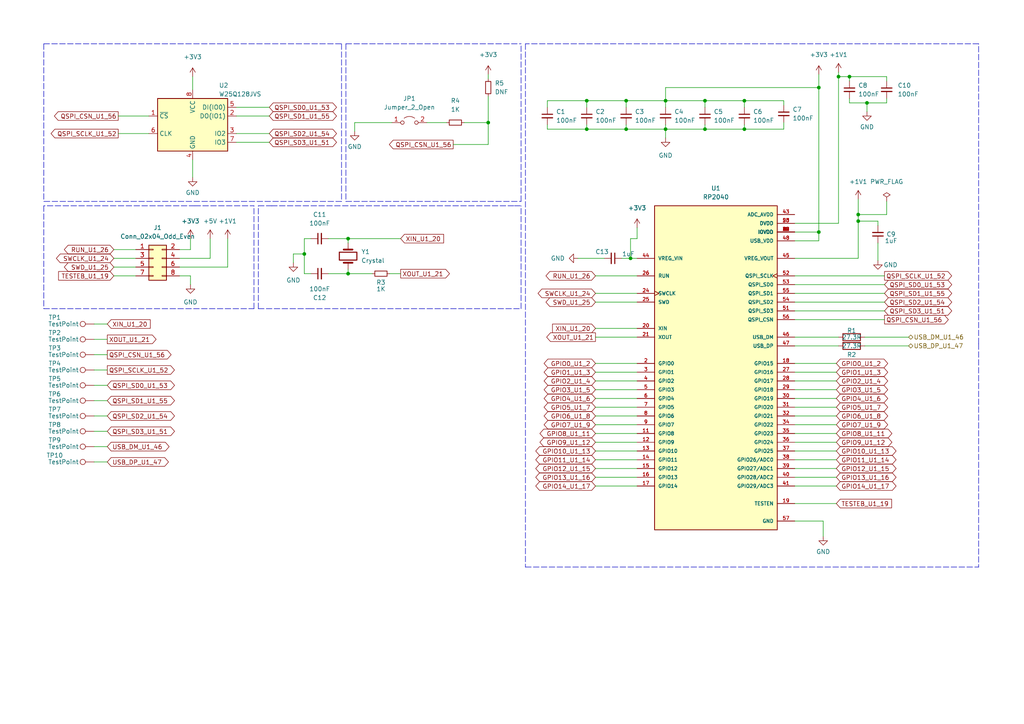
<source format=kicad_sch>
(kicad_sch (version 20211123) (generator eeschema)
  (paper "A4")
  (lib_symbols
    (symbol "Connector:TestPoint" (pin_numbers hide) (pin_names (offset 0.762) hide)
      (property "Reference" "TP" (at 0 6.858 0))
      (property "Value" "TestPoint" (at 0 5.08 0))
      (symbol "TestPoint_0_1"
        (circle (center 0 3.302) (radius 0.762))
      )
      (symbol "TestPoint_1_1"
        (pin passive line (at 0 0 90) (length 2.54) (name "1") (number "1"))
      )
    )
    (symbol "Connector_Generic:Conn_02x04_Odd_Even" (pin_names (offset 1.016) hide)
      (property "Reference" "J" (at 1.27 5.08 0))
      (property "Value" "Conn_02x04_Odd_Even" (at 1.27 -7.62 0))
      (symbol "Conn_02x04_Odd_Even_1_1"
        (rectangle (start -1.27 -4.953) (end 0 -5.207) (stroke (width 0.1524)))
        (rectangle (start -1.27 -2.413) (end 0 -2.667) (stroke (width 0.1524)))
        (rectangle (start -1.27 0.127) (end 0 -0.127) (stroke (width 0.1524)))
        (rectangle (start -1.27 2.667) (end 0 2.413) (stroke (width 0.1524)))
        (rectangle (start -1.27 3.81) (end 3.81 -6.35) (stroke (width 0.254)) (fill (type background)))
        (rectangle (start 3.81 -4.953) (end 2.54 -5.207) (stroke (width 0.1524)))
        (rectangle (start 3.81 -2.413) (end 2.54 -2.667) (stroke (width 0.1524)))
        (rectangle (start 3.81 0.127) (end 2.54 -0.127) (stroke (width 0.1524)))
        (rectangle (start 3.81 2.667) (end 2.54 2.413) (stroke (width 0.1524)))
        (pin passive line (at -5.08 2.54 0) (length 3.81) (name "Pin_1") (number "1"))
        (pin passive line (at 7.62 2.54 180) (length 3.81) (name "Pin_2") (number "2"))
        (pin passive line (at -5.08 0 0) (length 3.81) (name "Pin_3") (number "3"))
        (pin passive line (at 7.62 0 180) (length 3.81) (name "Pin_4") (number "4"))
        (pin passive line (at -5.08 -2.54 0) (length 3.81) (name "Pin_5") (number "5"))
        (pin passive line (at 7.62 -2.54 180) (length 3.81) (name "Pin_6") (number "6"))
        (pin passive line (at -5.08 -5.08 0) (length 3.81) (name "Pin_7") (number "7"))
        (pin passive line (at 7.62 -5.08 180) (length 3.81) (name "Pin_8") (number "8"))
      )
    )
    (symbol "Device:C_Small" (pin_numbers hide) (pin_names (offset 0.254) hide)
      (property "Reference" "C" (at 0.254 1.778 0))
      (property "Value" "C_Small" (at 0.254 -2.032 0))
      (symbol "C_Small_0_1"
        (polyline (pts (xy -1.524 -0.508) (xy 1.524 -0.508)) (stroke (width 0.3302)))
        (polyline (pts (xy -1.524 0.508) (xy 1.524 0.508)) (stroke (width 0.3048)))
      )
      (symbol "C_Small_1_1"
        (pin passive line (at 0 2.54 270) (length 2.032) (name "~") (number "1"))
        (pin passive line (at 0 -2.54 90) (length 2.032) (name "~") (number "2"))
      )
    )
    (symbol "Device:Crystal" (pin_numbers hide) (pin_names (offset 1.016) hide)
      (property "Reference" "Y" (at 0 3.81 0))
      (property "Value" "Crystal" (at 0 -3.81 0))
      (symbol "Crystal_0_1"
        (rectangle (start -1.143 2.54) (end 1.143 -2.54) (stroke (width 0.3048)))
        (polyline (pts (xy -2.54 0) (xy -1.905 0)))
        (polyline (pts (xy -1.905 -1.27) (xy -1.905 1.27)) (stroke (width 0.508)))
        (polyline (pts (xy 1.905 -1.27) (xy 1.905 1.27)) (stroke (width 0.508)))
        (polyline (pts (xy 2.54 0) (xy 1.905 0)))
      )
      (symbol "Crystal_1_1"
        (pin passive line (at -3.81 0 0) (length 1.27) (name "1") (number "1"))
        (pin passive line (at 3.81 0 180) (length 1.27) (name "2") (number "2"))
      )
    )
    (symbol "Device:R" (pin_numbers hide) (pin_names (offset 0))
      (property "Reference" "R" (at 2.032 0 90))
      (property "Value" "R" (at 0 0 90))
      (symbol "R_0_1"
        (rectangle (start -1.016 -2.54) (end 1.016 2.54) (stroke (width 0.254)))
      )
      (symbol "R_1_1"
        (pin passive line (at 0 3.81 270) (length 1.27) (name "~") (number "1"))
        (pin passive line (at 0 -3.81 90) (length 1.27) (name "~") (number "2"))
      )
    )
    (symbol "Device:R_Small" (pin_numbers hide) (pin_names (offset 0.254) hide)
      (property "Reference" "R" (at 0.762 0.508 0))
      (property "Value" "R_Small" (at 0.762 -1.016 0))
      (symbol "R_Small_0_1"
        (rectangle (start -0.762 1.778) (end 0.762 -1.778) (stroke (width 0.2032)))
      )
      (symbol "R_Small_1_1"
        (pin passive line (at 0 2.54 270) (length 0.762) (name "~") (number "1"))
        (pin passive line (at 0 -2.54 90) (length 0.762) (name "~") (number "2"))
      )
    )
    (symbol "Jumper:Jumper_2_Open" (pin_names (offset 0) hide)
      (property "Reference" "JP" (at 0 2.794 0))
      (property "Value" "Jumper_2_Open" (at 0 -2.286 0))
      (symbol "Jumper_2_Open_0_0"
        (circle (center -2.032 0) (radius 0.508))
        (circle (center 2.032 0) (radius 0.508))
      )
      (symbol "Jumper_2_Open_0_1"
        (arc (start 1.524 1.27) (mid 0 1.778) (end -1.524 1.27))
      )
      (symbol "Jumper_2_Open_1_1"
        (pin passive line (at -5.08 0 0) (length 2.54) (name "A") (number "1"))
        (pin passive line (at 5.08 0 180) (length 2.54) (name "B") (number "2"))
      )
    )
    (symbol "Memory_Flash:W25Q128JVS"
      (property "Reference" "U" (at -8.89 8.89 0))
      (property "Value" "W25Q128JVS" (at 7.62 8.89 0))
      (symbol "W25Q128JVS_0_1"
        (rectangle (start -10.16 7.62) (end 10.16 -7.62) (stroke (width 0.254)) (fill (type background)))
      )
      (symbol "W25Q128JVS_1_1"
        (pin input line (at -12.7 2.54 0) (length 2.54) (name "~{CS}") (number "1"))
        (pin bidirectional line (at 12.7 2.54 180) (length 2.54) (name "DO(IO1)") (number "2"))
        (pin bidirectional line (at 12.7 -2.54 180) (length 2.54) (name "IO2") (number "3"))
        (pin power_in line (at 0 -10.16 90) (length 2.54) (name "GND") (number "4"))
        (pin bidirectional line (at 12.7 5.08 180) (length 2.54) (name "DI(IO0)") (number "5"))
        (pin input line (at -12.7 -2.54 0) (length 2.54) (name "CLK") (number "6"))
        (pin bidirectional line (at 12.7 -5.08 180) (length 2.54) (name "IO3") (number "7"))
        (pin power_in line (at 0 10.16 270) (length 2.54) (name "VCC") (number "8"))
      )
    )
    (symbol "RP2040:RP2040" (pin_names (offset 1.016))
      (property "Reference" "U" (at -17.78 50.8 0))
      (property "Value" "RP2040" (at -17.78 -48.26 0))
      (symbol "RP2040_0_0"
        (rectangle (start -17.78 -45.72) (end 17.78 48.26) (stroke (width 0.254)) (fill (type background)))
        (pin power_in line (at 22.86 40.64 180) (length 5.08) (name "IOVDD") (number "1"))
        (pin power_in line (at 22.86 40.64 180) (length 5.08) (name "IOVDD") (number "10"))
        (pin bidirectional line (at -22.86 -17.78 0) (length 5.08) (name "GPIO8") (number "11"))
        (pin bidirectional line (at -22.86 -20.32 0) (length 5.08) (name "GPIO9") (number "12"))
        (pin bidirectional line (at -22.86 -22.86 0) (length 5.08) (name "GPIO10") (number "13"))
        (pin bidirectional line (at -22.86 -25.4 0) (length 5.08) (name "GPIO11") (number "14"))
        (pin bidirectional line (at -22.86 -27.94 0) (length 5.08) (name "GPIO12") (number "15"))
        (pin bidirectional line (at -22.86 -30.48 0) (length 5.08) (name "GPIO13") (number "16"))
        (pin bidirectional line (at -22.86 -33.02 0) (length 5.08) (name "GPIO14") (number "17"))
        (pin bidirectional line (at 22.86 2.54 180) (length 5.08) (name "GPIO15") (number "18"))
        (pin passive line (at 22.86 -38.1 180) (length 5.08) (name "TESTEN") (number "19"))
        (pin bidirectional line (at -22.86 2.54 0) (length 5.08) (name "GPIO0") (number "2"))
        (pin input line (at -22.86 12.7 0) (length 5.08) (name "XIN") (number "20"))
        (pin output line (at -22.86 10.16 0) (length 5.08) (name "XOUT") (number "21"))
        (pin power_in line (at 22.86 40.64 180) (length 5.08) (name "IOVDD") (number "22"))
        (pin power_in line (at 22.86 43.18 180) (length 5.08) (name "DVDD") (number "23"))
        (pin input clock (at -22.86 22.86 0) (length 5.08) (name "SWCLK") (number "24"))
        (pin bidirectional line (at -22.86 20.32 0) (length 5.08) (name "SWD") (number "25"))
        (pin input line (at -22.86 27.94 0) (length 5.08) (name "RUN") (number "26"))
        (pin bidirectional line (at 22.86 0 180) (length 5.08) (name "GPIO16") (number "27"))
        (pin bidirectional line (at 22.86 -2.54 180) (length 5.08) (name "GPIO17") (number "28"))
        (pin bidirectional line (at 22.86 -5.08 180) (length 5.08) (name "GPIO18") (number "29"))
        (pin bidirectional line (at -22.86 0 0) (length 5.08) (name "GPIO1") (number "3"))
        (pin bidirectional line (at 22.86 -7.62 180) (length 5.08) (name "GPIO19") (number "30"))
        (pin bidirectional line (at 22.86 -10.16 180) (length 5.08) (name "GPIO20") (number "31"))
        (pin bidirectional line (at 22.86 -12.7 180) (length 5.08) (name "GPIO21") (number "32"))
        (pin power_in line (at 22.86 40.64 180) (length 5.08) (name "IOVDD") (number "33"))
        (pin bidirectional line (at 22.86 -15.24 180) (length 5.08) (name "GPIO22") (number "34"))
        (pin bidirectional line (at 22.86 -17.78 180) (length 5.08) (name "GPIO23") (number "35"))
        (pin bidirectional line (at 22.86 -20.32 180) (length 5.08) (name "GPIO24") (number "36"))
        (pin bidirectional line (at 22.86 -22.86 180) (length 5.08) (name "GPIO25") (number "37"))
        (pin bidirectional line (at 22.86 -25.4 180) (length 5.08) (name "GPIO26/ADC0") (number "38"))
        (pin bidirectional line (at 22.86 -27.94 180) (length 5.08) (name "GPIO27/ADC1") (number "39"))
        (pin bidirectional line (at -22.86 -2.54 0) (length 5.08) (name "GPIO2") (number "4"))
        (pin bidirectional line (at 22.86 -30.48 180) (length 5.08) (name "GPIO28/ADC2") (number "40"))
        (pin bidirectional line (at 22.86 -33.02 180) (length 5.08) (name "GPIO29/ADC3") (number "41"))
        (pin power_in line (at 22.86 40.64 180) (length 5.08) (name "IOVDD") (number "42"))
        (pin power_in line (at 22.86 45.72 180) (length 5.08) (name "ADC_AVDD") (number "43"))
        (pin input line (at -22.86 33.02 0) (length 5.08) (name "VREG_VIN") (number "44"))
        (pin output line (at 22.86 33.02 180) (length 5.08) (name "VREG_VOUT") (number "45"))
        (pin bidirectional line (at 22.86 10.16 180) (length 5.08) (name "USB_DM") (number "46"))
        (pin bidirectional line (at 22.86 7.62 180) (length 5.08) (name "USB_DP") (number "47"))
        (pin power_in line (at 22.86 38.1 180) (length 5.08) (name "USB_VDD") (number "48"))
        (pin power_in line (at 22.86 40.64 180) (length 5.08) (name "IOVDD") (number "49"))
        (pin bidirectional line (at -22.86 -5.08 0) (length 5.08) (name "GPIO3") (number "5"))
        (pin power_in line (at 22.86 43.18 180) (length 5.08) (name "DVDD") (number "50"))
        (pin bidirectional line (at 22.86 17.78 180) (length 5.08) (name "QSPI_SD3") (number "51"))
        (pin bidirectional clock (at 22.86 27.94 180) (length 5.08) (name "QSPI_SCLK") (number "52"))
        (pin bidirectional line (at 22.86 25.4 180) (length 5.08) (name "QSPI_SD0") (number "53"))
        (pin bidirectional line (at 22.86 20.32 180) (length 5.08) (name "QSPI_SD2") (number "54"))
        (pin bidirectional line (at 22.86 22.86 180) (length 5.08) (name "QSPI_SD1") (number "55"))
        (pin bidirectional line (at 22.86 15.24 180) (length 5.08) (name "QSPI_CSN") (number "56"))
        (pin power_in line (at 22.86 -43.18 180) (length 5.08) (name "GND") (number "57"))
        (pin bidirectional line (at -22.86 -7.62 0) (length 5.08) (name "GPIO4") (number "6"))
        (pin bidirectional line (at -22.86 -10.16 0) (length 5.08) (name "GPIO5") (number "7"))
        (pin bidirectional line (at -22.86 -12.7 0) (length 5.08) (name "GPIO6") (number "8"))
        (pin bidirectional line (at -22.86 -15.24 0) (length 5.08) (name "GPIO7") (number "9"))
      )
    )
    (symbol "power:+1V1" (power) (pin_names (offset 0))
      (property "Value" "+1V1" (at 0 3.556 0))
      (symbol "+1V1_0_1"
        (polyline (pts (xy -0.762 1.27) (xy 0 2.54)))
        (polyline (pts (xy 0 0) (xy 0 2.54)))
        (polyline (pts (xy 0 2.54) (xy 0.762 1.27)))
      )
      (symbol "+1V1_1_1"
        (pin power_in line (at 0 0 90) (length 0) hide (name "+1V1") (number "1"))
      )
    )
    (symbol "power:+3V3" (power) (pin_names (offset 0))
      (property "Value" "+3V3" (at 0 3.556 0))
      (symbol "+3V3_0_1"
        (polyline (pts (xy -0.762 1.27) (xy 0 2.54)))
        (polyline (pts (xy 0 0) (xy 0 2.54)))
        (polyline (pts (xy 0 2.54) (xy 0.762 1.27)))
      )
      (symbol "+3V3_1_1"
        (pin power_in line (at 0 0 90) (length 0) hide (name "+3V3") (number "1"))
      )
    )
    (symbol "power:+5V" (power) (pin_names (offset 0))
      (property "Value" "+5V" (at 0 3.556 0))
      (symbol "+5V_0_1"
        (polyline (pts (xy -0.762 1.27) (xy 0 2.54)))
        (polyline (pts (xy 0 0) (xy 0 2.54)))
        (polyline (pts (xy 0 2.54) (xy 0.762 1.27)))
      )
      (symbol "+5V_1_1"
        (pin power_in line (at 0 0 90) (length 0) hide (name "+5V") (number "1"))
      )
    )
    (symbol "power:GND" (power) (pin_names (offset 0))
      (property "Value" "GND" (at 0 -3.81 0))
      (symbol "GND_0_1"
        (polyline (pts (xy 0 0) (xy 0 -1.27) (xy 1.27 -1.27) (xy 0 -2.54) (xy -1.27 -1.27) (xy 0 -1.27)))
      )
      (symbol "GND_1_1"
        (pin power_in line (at 0 0 270) (length 0) hide (name "GND") (number "1"))
      )
    )
    (symbol "power:PWR_FLAG" (power) (pin_numbers hide) (pin_names (offset 0) hide)
      (property "Value" "PWR_FLAG" (at 0 3.81 0))
      (symbol "PWR_FLAG_0_0"
        (pin power_out line (at 0 0 90) (length 0) (name "pwr") (number "1"))
      )
      (symbol "PWR_FLAG_0_1"
        (polyline (pts (xy 0 0) (xy 0 1.27) (xy -1.016 1.905) (xy 0 2.54) (xy 1.016 1.905) (xy 0 1.27)))
      )
    )
  )
  (junction (at 100.965 79.375))
  (junction (at 246.38 22.225))
  (junction (at 204.47 29.21))
  (junction (at 170.18 37.465))
  (junction (at 193.04 29.21))
  (junction (at 141.605 35.56))
  (junction (at 237.49 67.31))
  (junction (at 182.88 74.93))
  (junction (at 204.47 37.465))
  (junction (at 88.265 73.66))
  (junction (at 243.205 22.225))
  (junction (at 248.92 62.23))
  (junction (at 215.9 29.21))
  (junction (at 170.18 29.21))
  (junction (at 215.9 37.465))
  (junction (at 181.61 29.21))
  (junction (at 193.04 37.465))
  (junction (at 248.92 64.135))
  (junction (at 100.965 69.215))
  (junction (at 181.61 37.465))
  (junction (at 251.46 29.845))
  (junction (at 237.49 25.4))
  (wire (pts (xy 193.04 37.465) (xy 181.61 37.465)))
  (wire (pts (xy 33.02 77.47) (xy 39.37 77.47)))
  (polyline (pts (xy 99.06 58.42) (xy 12.7 58.42)))
  (wire (pts (xy 243.205 20.955) (xy 243.205 22.225)))
  (wire (pts (xy 242.57 128.27) (xy 230.505 128.27)))
  (wire (pts (xy 227.33 35.56) (xy 227.33 37.465)))
  (wire (pts (xy 27.305 133.985) (xy 31.115 133.985)))
  (wire (pts (xy 230.505 90.17) (xy 256.54 90.17)))
  (wire (pts (xy 230.505 82.55) (xy 256.54 82.55)))
  (wire (pts (xy 242.57 133.35) (xy 230.505 133.35)))
  (wire (pts (xy 172.72 87.63) (xy 184.785 87.63)))
  (wire (pts (xy 248.92 64.135) (xy 254.635 64.135)))
  (wire (pts (xy 172.72 130.81) (xy 184.785 130.81)))
  (wire (pts (xy 27.305 120.65) (xy 31.115 120.65)))
  (wire (pts (xy 257.175 23.495) (xy 257.175 22.225)))
  (wire (pts (xy 230.505 69.85) (xy 237.49 69.85)))
  (wire (pts (xy 172.72 105.41) (xy 184.785 105.41)))
  (wire (pts (xy 230.505 87.63) (xy 256.54 87.63)))
  (wire (pts (xy 172.72 133.35) (xy 184.785 133.35)))
  (wire (pts (xy 33.02 72.39) (xy 39.37 72.39)))
  (wire (pts (xy 230.505 97.79) (xy 243.205 97.79)))
  (wire (pts (xy 242.57 138.43) (xy 230.505 138.43)))
  (polyline (pts (xy 152.4 164.465) (xy 283.845 164.465)))
  (wire (pts (xy 230.505 100.33) (xy 243.205 100.33)))
  (wire (pts (xy 27.305 116.205) (xy 31.115 116.205)))
  (wire (pts (xy 55.245 80.01) (xy 55.245 82.55)))
  (wire (pts (xy 242.57 120.65) (xy 230.505 120.65)))
  (wire (pts (xy 182.88 74.93) (xy 184.785 74.93)))
  (wire (pts (xy 242.57 113.03) (xy 230.505 113.03)))
  (wire (pts (xy 52.07 77.47) (xy 66.04 77.47)))
  (wire (pts (xy 27.305 98.425) (xy 31.115 98.425)))
  (wire (pts (xy 172.72 80.01) (xy 184.785 80.01)))
  (wire (pts (xy 170.18 29.21) (xy 170.18 31.115)))
  (wire (pts (xy 172.72 125.73) (xy 184.785 125.73)))
  (wire (pts (xy 172.72 97.79) (xy 184.785 97.79)))
  (wire (pts (xy 33.02 80.01) (xy 39.37 80.01)))
  (wire (pts (xy 181.61 36.195) (xy 181.61 37.465)))
  (wire (pts (xy 88.265 73.66) (xy 88.265 79.375)))
  (wire (pts (xy 34.29 33.655) (xy 43.18 33.655)))
  (wire (pts (xy 254.635 70.485) (xy 254.635 75.565)))
  (polyline (pts (xy 12.7 12.7) (xy 12.7 58.42)))
  (wire (pts (xy 141.605 27.94) (xy 141.605 35.56)))
  (wire (pts (xy 141.605 41.91) (xy 131.445 41.91)))
  (wire (pts (xy 242.57 110.49) (xy 230.505 110.49)))
  (wire (pts (xy 248.92 62.23) (xy 257.175 62.23)))
  (wire (pts (xy 68.58 41.275) (xy 78.105 41.275)))
  (wire (pts (xy 170.18 37.465) (xy 158.75 37.465)))
  (wire (pts (xy 248.92 64.135) (xy 248.92 74.93)))
  (polyline (pts (xy 12.7 12.7) (xy 99.06 12.7)))
  (wire (pts (xy 257.175 58.42) (xy 257.175 62.23)))
  (wire (pts (xy 215.9 29.21) (xy 204.47 29.21)))
  (polyline (pts (xy 100.33 12.7) (xy 100.33 58.42)))
  (wire (pts (xy 170.18 36.195) (xy 170.18 37.465)))
  (wire (pts (xy 100.965 79.375) (xy 107.95 79.375)))
  (wire (pts (xy 230.505 80.01) (xy 256.54 80.01)))
  (wire (pts (xy 184.785 69.215) (xy 182.88 69.215)))
  (wire (pts (xy 230.505 146.05) (xy 242.57 146.05)))
  (polyline (pts (xy 100.33 58.42) (xy 151.13 58.42)))
  (wire (pts (xy 237.49 25.4) (xy 237.49 67.31)))
  (wire (pts (xy 172.72 123.19) (xy 184.785 123.19)))
  (wire (pts (xy 230.505 151.13) (xy 238.76 151.13)))
  (polyline (pts (xy 56.515 59.69) (xy 73.66 59.69)))
  (wire (pts (xy 227.33 30.48) (xy 227.33 29.21)))
  (wire (pts (xy 170.18 29.21) (xy 158.75 29.21)))
  (polyline (pts (xy 56.515 59.69) (xy 12.7 59.69)))
  (wire (pts (xy 193.04 29.21) (xy 181.61 29.21)))
  (wire (pts (xy 85.09 76.2) (xy 85.09 73.66)))
  (wire (pts (xy 167.64 74.93) (xy 175.26 74.93)))
  (wire (pts (xy 172.72 113.03) (xy 184.785 113.03)))
  (wire (pts (xy 250.825 100.33) (xy 263.525 100.33)))
  (wire (pts (xy 182.88 69.215) (xy 182.88 74.93)))
  (wire (pts (xy 237.49 69.85) (xy 237.49 67.31)))
  (wire (pts (xy 242.57 115.57) (xy 230.505 115.57)))
  (wire (pts (xy 215.9 36.195) (xy 215.9 37.465)))
  (wire (pts (xy 68.58 33.655) (xy 78.105 33.655)))
  (wire (pts (xy 88.265 79.375) (xy 90.17 79.375)))
  (wire (pts (xy 180.34 74.93) (xy 182.88 74.93)))
  (wire (pts (xy 184.785 66.04) (xy 184.785 69.215)))
  (wire (pts (xy 100.965 79.375) (xy 95.25 79.375)))
  (wire (pts (xy 102.87 35.56) (xy 102.87 38.1)))
  (wire (pts (xy 55.245 72.39) (xy 52.07 72.39)))
  (polyline (pts (xy 73.66 89.535) (xy 73.66 59.69)))
  (wire (pts (xy 172.72 110.49) (xy 184.785 110.49)))
  (polyline (pts (xy 12.7 59.69) (xy 12.7 89.535)))
  (wire (pts (xy 172.72 118.11) (xy 184.785 118.11)))
  (wire (pts (xy 242.57 140.97) (xy 230.505 140.97)))
  (wire (pts (xy 85.09 73.66) (xy 88.265 73.66)))
  (wire (pts (xy 250.825 97.79) (xy 263.525 97.79)))
  (wire (pts (xy 100.965 70.485) (xy 100.965 69.215)))
  (wire (pts (xy 237.49 21.59) (xy 237.49 25.4)))
  (wire (pts (xy 181.61 29.21) (xy 170.18 29.21)))
  (wire (pts (xy 158.75 37.465) (xy 158.75 36.195)))
  (wire (pts (xy 172.72 95.25) (xy 184.785 95.25)))
  (wire (pts (xy 238.76 151.13) (xy 238.76 155.575)))
  (wire (pts (xy 254.635 65.405) (xy 254.635 64.135)))
  (wire (pts (xy 193.04 25.4) (xy 237.49 25.4)))
  (wire (pts (xy 27.305 129.54) (xy 31.115 129.54)))
  (wire (pts (xy 158.75 29.21) (xy 158.75 31.115)))
  (wire (pts (xy 248.92 62.23) (xy 248.92 64.135)))
  (wire (pts (xy 215.9 37.465) (xy 204.47 37.465)))
  (wire (pts (xy 230.505 74.93) (xy 248.92 74.93)))
  (wire (pts (xy 172.72 107.95) (xy 184.785 107.95)))
  (wire (pts (xy 172.72 140.97) (xy 184.785 140.97)))
  (polyline (pts (xy 283.845 12.7) (xy 152.4 12.7)))
  (wire (pts (xy 172.72 135.89) (xy 184.785 135.89)))
  (wire (pts (xy 242.57 123.19) (xy 230.505 123.19)))
  (wire (pts (xy 246.38 29.845) (xy 251.46 29.845)))
  (wire (pts (xy 90.17 69.215) (xy 88.265 69.215)))
  (polyline (pts (xy 12.7 89.535) (xy 73.66 89.535)))
  (wire (pts (xy 227.33 37.465) (xy 215.9 37.465)))
  (wire (pts (xy 181.61 37.465) (xy 170.18 37.465)))
  (wire (pts (xy 204.47 29.21) (xy 193.04 29.21)))
  (wire (pts (xy 55.88 22.225) (xy 55.88 26.035)))
  (wire (pts (xy 243.205 22.225) (xy 243.205 64.77)))
  (wire (pts (xy 242.57 130.81) (xy 230.505 130.81)))
  (wire (pts (xy 68.58 38.735) (xy 78.105 38.735)))
  (wire (pts (xy 27.305 125.095) (xy 31.115 125.095)))
  (wire (pts (xy 242.57 107.95) (xy 230.505 107.95)))
  (wire (pts (xy 193.04 29.21) (xy 193.04 25.4)))
  (polyline (pts (xy 74.93 59.69) (xy 79.375 59.69)))
  (wire (pts (xy 141.605 21.59) (xy 141.605 22.86)))
  (wire (pts (xy 27.305 111.76) (xy 31.115 111.76)))
  (wire (pts (xy 242.57 118.11) (xy 230.505 118.11)))
  (wire (pts (xy 66.04 69.215) (xy 66.04 77.47)))
  (wire (pts (xy 251.46 29.845) (xy 257.175 29.845)))
  (wire (pts (xy 88.265 69.215) (xy 88.265 73.66)))
  (polyline (pts (xy 151.13 89.535) (xy 151.13 59.69)))
  (polyline (pts (xy 78.74 59.69) (xy 149.225 59.69)))
  (wire (pts (xy 123.825 35.56) (xy 129.54 35.56)))
  (wire (pts (xy 172.72 85.09) (xy 184.785 85.09)))
  (wire (pts (xy 242.57 125.73) (xy 230.505 125.73)))
  (wire (pts (xy 141.605 35.56) (xy 134.62 35.56)))
  (polyline (pts (xy 283.845 99.695) (xy 283.845 164.465)))
  (wire (pts (xy 230.505 64.77) (xy 243.205 64.77)))
  (wire (pts (xy 27.305 93.98) (xy 31.115 93.98)))
  (wire (pts (xy 246.38 23.495) (xy 246.38 22.225)))
  (polyline (pts (xy 74.93 89.535) (xy 74.93 59.69)))
  (wire (pts (xy 172.72 128.27) (xy 184.785 128.27)))
  (wire (pts (xy 215.9 29.21) (xy 215.9 31.115)))
  (wire (pts (xy 33.02 74.93) (xy 39.37 74.93)))
  (wire (pts (xy 60.96 74.93) (xy 52.07 74.93)))
  (polyline (pts (xy 151.13 58.42) (xy 151.13 12.7)))
  (wire (pts (xy 204.47 29.21) (xy 204.47 31.115)))
  (wire (pts (xy 100.965 78.105) (xy 100.965 79.375)))
  (wire (pts (xy 193.04 36.195) (xy 193.04 37.465)))
  (polyline (pts (xy 74.93 89.535) (xy 89.535 89.535)))
  (wire (pts (xy 172.72 138.43) (xy 184.785 138.43)))
  (polyline (pts (xy 152.4 12.7) (xy 152.4 164.465)))
  (polyline (pts (xy 149.225 59.69) (xy 151.13 59.69)))
  (polyline (pts (xy 99.06 12.7) (xy 99.06 58.42)))
  (wire (pts (xy 172.72 120.65) (xy 184.785 120.65)))
  (wire (pts (xy 172.72 115.57) (xy 184.785 115.57)))
  (wire (pts (xy 60.96 69.215) (xy 60.96 74.93)))
  (wire (pts (xy 230.505 85.09) (xy 256.54 85.09)))
  (wire (pts (xy 242.57 135.89) (xy 230.505 135.89)))
  (wire (pts (xy 113.03 79.375) (xy 116.205 79.375)))
  (polyline (pts (xy 89.535 89.535) (xy 151.13 89.535)))
  (wire (pts (xy 246.38 22.225) (xy 257.175 22.225)))
  (wire (pts (xy 248.92 57.785) (xy 248.92 62.23)))
  (wire (pts (xy 100.965 69.215) (xy 116.205 69.215)))
  (polyline (pts (xy 283.845 99.695) (xy 283.845 12.7)))
  (wire (pts (xy 230.505 67.31) (xy 237.49 67.31)))
  (wire (pts (xy 141.605 35.56) (xy 141.605 41.91)))
  (wire (pts (xy 193.04 29.21) (xy 193.04 31.115)))
  (wire (pts (xy 113.665 35.56) (xy 102.87 35.56)))
  (polyline (pts (xy 100.33 12.7) (xy 151.13 12.7)))
  (wire (pts (xy 230.505 92.71) (xy 256.54 92.71)))
  (wire (pts (xy 193.04 37.465) (xy 193.04 40.005)))
  (wire (pts (xy 27.305 107.315) (xy 31.115 107.315)))
  (wire (pts (xy 227.33 29.21) (xy 215.9 29.21)))
  (wire (pts (xy 34.29 38.735) (xy 43.18 38.735)))
  (wire (pts (xy 100.965 69.215) (xy 95.25 69.215)))
  (wire (pts (xy 27.305 102.87) (xy 31.115 102.87)))
  (wire (pts (xy 257.175 29.845) (xy 257.175 28.575)))
  (wire (pts (xy 251.46 29.845) (xy 251.46 32.385)))
  (wire (pts (xy 68.58 31.115) (xy 78.105 31.115)))
  (wire (pts (xy 55.88 46.355) (xy 55.88 51.435)))
  (wire (pts (xy 204.47 37.465) (xy 193.04 37.465)))
  (wire (pts (xy 204.47 36.195) (xy 204.47 37.465)))
  (wire (pts (xy 55.245 69.215) (xy 55.245 72.39)))
  (wire (pts (xy 52.07 80.01) (xy 55.245 80.01)))
  (wire (pts (xy 181.61 29.21) (xy 181.61 31.115)))
  (wire (pts (xy 246.38 28.575) (xy 246.38 29.845)))
  (wire (pts (xy 243.205 22.225) (xy 246.38 22.225)))
  (wire (pts (xy 242.57 105.41) (xy 230.505 105.41)))
  (global_label "SWCLK_U1_24" (shape bidirectional) (at 33.02 74.93 180) (property "Intersheet References" "${INTERSHEET_REFS}" (effects hide)))
  (global_label "SWCLK_U1_24" (shape bidirectional) (at 172.72 85.09 180) (property "Intersheet References" "${INTERSHEET_REFS}" (effects hide)))
  (global_label "QSPI_SD3_U1_51" (shape bidirectional) (at 256.54 90.17 0) (property "Intersheet References" "${INTERSHEET_REFS}" (effects hide)))
  (global_label "GPIO3_U1_5" (shape bidirectional) (at 172.72 113.03 180) (property "Intersheet References" "${INTERSHEET_REFS}" (effects hide)))
  (global_label "GPIO8_U1_11" (shape bidirectional) (at 172.72 125.73 180) (property "Intersheet References" "${INTERSHEET_REFS}" (effects hide)))
  (global_label "GPIO5_U1_7" (shape bidirectional) (at 172.72 118.11 180) (property "Intersheet References" "${INTERSHEET_REFS}" (effects hide)))
  (global_label "GPIO1_U1_3" (shape bidirectional) (at 242.57 107.95 0) (property "Intersheet References" "${INTERSHEET_REFS}" (effects hide)))
  (global_label "QSPI_SD0_U1_53" (shape bidirectional) (at 31.115 111.76 0) (property "Intersheet References" "${INTERSHEET_REFS}" (effects hide)))
  (global_label "QSPI_SD2_U1_54" (shape bidirectional) (at 78.105 38.735 0) (property "Intersheet References" "${INTERSHEET_REFS}" (effects hide)))
  (global_label "GPIO7_U1_9" (shape bidirectional) (at 242.57 123.19 0) (property "Intersheet References" "${INTERSHEET_REFS}" (effects hide)))
  (global_label "QSPI_SCLK_U1_52" (shape output) (at 31.115 107.315 0) (property "Intersheet References" "${INTERSHEET_REFS}" (effects hide)))
  (global_label "GPIO13_U1_16" (shape bidirectional) (at 172.72 138.43 180) (property "Intersheet References" "${INTERSHEET_REFS}" (effects hide)))
  (global_label "GPIO10_U1_13" (shape bidirectional) (at 242.57 130.81 0) (property "Intersheet References" "${INTERSHEET_REFS}" (effects hide)))
  (global_label "GPIO0_U1_2" (shape bidirectional) (at 172.72 105.41 180) (property "Intersheet References" "${INTERSHEET_REFS}" (effects hide)))
  (global_label "GPIO2_U1_4" (shape bidirectional) (at 172.72 110.49 180) (property "Intersheet References" "${INTERSHEET_REFS}" (effects hide)))
  (global_label "TESTEB_U1_19" (shape input) (at 33.02 80.01 180) (property "Intersheet References" "${INTERSHEET_REFS}" (effects hide)))
  (global_label "QSPI_CSN_U1_56" (shape output) (at 256.54 92.71 0) (property "Intersheet References" "${INTERSHEET_REFS}" (effects hide)))
  (global_label "GPIO7_U1_9" (shape bidirectional) (at 172.72 123.19 180) (property "Intersheet References" "${INTERSHEET_REFS}" (effects hide)))
  (global_label "XOUT_U1_21" (shape output) (at 31.115 98.425 0) (property "Intersheet References" "${INTERSHEET_REFS}" (effects hide)))
  (global_label "GPIO5_U1_7" (shape bidirectional) (at 242.57 118.11 0) (property "Intersheet References" "${INTERSHEET_REFS}" (effects hide)))
  (global_label "RUN_U1_26" (shape bidirectional) (at 172.72 80.01 180) (property "Intersheet References" "${INTERSHEET_REFS}" (effects hide)))
  (global_label "GPIO6_U1_8" (shape bidirectional) (at 242.57 120.65 0) (property "Intersheet References" "${INTERSHEET_REFS}" (effects hide)))
  (global_label "GPIO12_U1_15" (shape bidirectional) (at 242.57 135.89 0) (property "Intersheet References" "${INTERSHEET_REFS}" (effects hide)))
  (global_label "TESTEB_U1_19" (shape input) (at 242.57 146.05 0) (property "Intersheet References" "${INTERSHEET_REFS}" (effects hide)))
  (global_label "GPIO14_U1_17" (shape bidirectional) (at 242.57 140.97 0) (property "Intersheet References" "${INTERSHEET_REFS}" (effects hide)))
  (global_label "QSPI_CSN_U1_56" (shape output) (at 31.115 102.87 0) (property "Intersheet References" "${INTERSHEET_REFS}" (effects hide)))
  (global_label "GPIO8_U1_11" (shape bidirectional) (at 242.57 125.73 0) (property "Intersheet References" "${INTERSHEET_REFS}" (effects hide)))
  (global_label "SWD_U1_25" (shape bidirectional) (at 33.02 77.47 180) (property "Intersheet References" "${INTERSHEET_REFS}" (effects hide)))
  (global_label "GPIO3_U1_5" (shape bidirectional) (at 242.57 113.03 0) (property "Intersheet References" "${INTERSHEET_REFS}" (effects hide)))
  (global_label "USB_DP_U1_47" (shape bidirectional) (at 31.115 133.985 0) (property "Intersheet References" "${INTERSHEET_REFS}" (effects hide)))
  (global_label "QSPI_SCLK_U1_52" (shape output) (at 256.54 80.01 0) (property "Intersheet References" "${INTERSHEET_REFS}" (effects hide)))
  (global_label "GPIO13_U1_16" (shape bidirectional) (at 242.57 138.43 0) (property "Intersheet References" "${INTERSHEET_REFS}" (effects hide)))
  (global_label "XIN_U1_20" (shape input) (at 116.205 69.215 0) (property "Intersheet References" "${INTERSHEET_REFS}" (effects hide)))
  (global_label "QSPI_SD1_U1_55" (shape bidirectional) (at 256.54 85.09 0) (property "Intersheet References" "${INTERSHEET_REFS}" (effects hide)))
  (global_label "QSPI_SD0_U1_53" (shape bidirectional) (at 78.105 31.115 0) (property "Intersheet References" "${INTERSHEET_REFS}" (effects hide)))
  (global_label "GPIO0_U1_2" (shape bidirectional) (at 242.57 105.41 0) (property "Intersheet References" "${INTERSHEET_REFS}" (effects hide)))
  (global_label "XOUT_U1_21" (shape output) (at 172.72 97.79 180) (property "Intersheet References" "${INTERSHEET_REFS}" (effects hide)))
  (global_label "GPIO12_U1_15" (shape bidirectional) (at 172.72 135.89 180) (property "Intersheet References" "${INTERSHEET_REFS}" (effects hide)))
  (global_label "QSPI_CSN_U1_56" (shape output) (at 34.29 33.655 180) (property "Intersheet References" "${INTERSHEET_REFS}" (effects hide)))
  (global_label "QSPI_SD2_U1_54" (shape bidirectional) (at 256.54 87.63 0) (property "Intersheet References" "${INTERSHEET_REFS}" (effects hide)))
  (global_label "GPIO9_U1_12" (shape bidirectional) (at 172.72 128.27 180) (property "Intersheet References" "${INTERSHEET_REFS}" (effects hide)))
  (global_label "QSPI_SD1_U1_55" (shape bidirectional) (at 31.115 116.205 0) (property "Intersheet References" "${INTERSHEET_REFS}" (effects hide)))
  (global_label "GPIO4_U1_6" (shape bidirectional) (at 242.57 115.57 0) (property "Intersheet References" "${INTERSHEET_REFS}" (effects hide)))
  (global_label "GPIO9_U1_12" (shape bidirectional) (at 242.57 128.27 0) (property "Intersheet References" "${INTERSHEET_REFS}" (effects hide)))
  (global_label "GPIO14_U1_17" (shape bidirectional) (at 172.72 140.97 180) (property "Intersheet References" "${INTERSHEET_REFS}" (effects hide)))
  (global_label "RUN_U1_26" (shape bidirectional) (at 33.02 72.39 180) (property "Intersheet References" "${INTERSHEET_REFS}" (effects hide)))
  (global_label "GPIO6_U1_8" (shape bidirectional) (at 172.72 120.65 180) (property "Intersheet References" "${INTERSHEET_REFS}" (effects hide)))
  (global_label "GPIO11_U1_14" (shape bidirectional) (at 242.57 133.35 0) (property "Intersheet References" "${INTERSHEET_REFS}" (effects hide)))
  (global_label "GPIO11_U1_14" (shape bidirectional) (at 172.72 133.35 180) (property "Intersheet References" "${INTERSHEET_REFS}" (effects hide)))
  (global_label "QSPI_CSN_U1_56" (shape output) (at 131.445 41.91 180) (property "Intersheet References" "${INTERSHEET_REFS}" (effects hide)))
  (global_label "XOUT_U1_21" (shape output) (at 116.205 79.375 0) (property "Intersheet References" "${INTERSHEET_REFS}" (effects hide)))
  (global_label "QSPI_SCLK_U1_52" (shape output) (at 34.29 38.735 180) (property "Intersheet References" "${INTERSHEET_REFS}" (effects hide)))
  (global_label "GPIO2_U1_4" (shape bidirectional) (at 242.57 110.49 0) (property "Intersheet References" "${INTERSHEET_REFS}" (effects hide)))
  (global_label "QSPI_SD3_U1_51" (shape bidirectional) (at 31.115 125.095 0) (property "Intersheet References" "${INTERSHEET_REFS}" (effects hide)))
  (global_label "GPIO10_U1_13" (shape bidirectional) (at 172.72 130.81 180) (property "Intersheet References" "${INTERSHEET_REFS}" (effects hide)))
  (global_label "SWD_U1_25" (shape bidirectional) (at 172.72 87.63 180) (property "Intersheet References" "${INTERSHEET_REFS}" (effects hide)))
  (global_label "GPIO4_U1_6" (shape bidirectional) (at 172.72 115.57 180) (property "Intersheet References" "${INTERSHEET_REFS}" (effects hide)))
  (global_label "QSPI_SD1_U1_55" (shape bidirectional) (at 78.105 33.655 0) (property "Intersheet References" "${INTERSHEET_REFS}" (effects hide)))
  (global_label "XIN_U1_20" (shape input) (at 172.72 95.25 180) (property "Intersheet References" "${INTERSHEET_REFS}" (effects hide)))
  (global_label "QSPI_SD2_U1_54" (shape bidirectional) (at 31.115 120.65 0) (property "Intersheet References" "${INTERSHEET_REFS}" (effects hide)))
  (global_label "USB_DM_U1_46" (shape bidirectional) (at 31.115 129.54 0) (property "Intersheet References" "${INTERSHEET_REFS}" (effects hide)))
  (global_label "QSPI_SD3_U1_51" (shape bidirectional) (at 78.105 41.275 0) (property "Intersheet References" "${INTERSHEET_REFS}" (effects hide)))
  (global_label "GPIO1_U1_3" (shape bidirectional) (at 172.72 107.95 180) (property "Intersheet References" "${INTERSHEET_REFS}" (effects hide)))
  (global_label "QSPI_SD0_U1_53" (shape bidirectional) (at 256.54 82.55 0) (property "Intersheet References" "${INTERSHEET_REFS}" (effects hide)))
  (global_label "XIN_U1_20" (shape input) (at 31.115 93.98 0) (property "Intersheet References" "${INTERSHEET_REFS}" (effects hide)))
  (hierarchical_label "USB_DP_U1_47" (shape bidirectional) (at 263.525 100.33 0))
  (hierarchical_label "USB_DM_U1_46" (shape bidirectional) (at 263.525 97.79 0))
  (symbol (lib_id "RP2040:RP2040") (at 207.645 107.95 0) (unit 1)
    (property "Reference" "U1" (at 207.645 54.61 0))
    (property "Value" "RP2040" (at 207.645 57.15 0))
    (property "Footprint" "Footprints:QFN40P700X700X90-57N" (effects hide))
    (property "PARTREV" "1.6.1" (effects hide))
    (property "MANUFACTURER" "Raspberry Pi" (effects hide))
    (property "MAXIMUM_PACKAGE_HEIGHT" "0.9 mm" (effects hide))
    (property "STANDARD" "IPC 7351B" (effects hide))
  )
  (symbol (lib_id "power:GND") (at 55.88 51.435 0) (unit 1)
    (property "Reference" "#PWR011" (effects hide))
    (property "Value" "GND" (at 55.88 55.88 0))
  )
  (symbol (lib_id "Device:C_Small") (at 92.71 79.375 90) (mirror x) (unit 1)
    (property "Reference" "C12" (at 92.7163 86.36 90))
    (property "Value" "100nF" (at 92.7163 83.82 90))
  )
  (symbol (lib_id "Device:C_Small") (at 177.8 74.93 270) (unit 1)
    (property "Reference" "C13" (at 174.625 73.025 90))
    (property "Value" "1uF" (at 182.245 73.66 90))
  )
  (symbol (lib_id "power:+1V1") (at 248.92 57.785 0) (unit 1)
    (property "Reference" "#PWR07" (effects hide))
    (property "Value" "+1V1" (at 248.92 52.705 0))
  )
  (symbol (lib_id "power:PWR_FLAG") (at 257.175 58.42 0) (unit 1)
    (property "Reference" "#FLG01" (effects hide))
    (property "Value" "PWR_FLAG" (at 257.175 52.705 0))
  )
  (symbol (lib_id "power:+5V") (at 60.96 69.215 0) (unit 1)
    (property "Reference" "#PWR03" (effects hide))
    (property "Value" "+5V" (at 60.96 64.135 0))
  )
  (symbol (lib_id "Connector:TestPoint") (at 27.305 129.54 90) (unit 1)
    (property "Reference" "TP9" (at 15.875 127.635 90))
    (property "Value" "TestPoint" (at 18.415 129.54 90))
  )
  (symbol (lib_id "Device:R") (at 247.015 97.79 90) (unit 1)
    (property "Reference" "R1" (at 247.015 95.885 90))
    (property "Value" "27.3R" (at 247.015 97.79 90))
  )
  (symbol (lib_id "Device:C_Small") (at 257.175 26.035 0) (unit 1)
    (property "Reference" "C10" (at 260.35 24.7712 0) (effects (justify left)))
    (property "Value" "100nF" (at 260.35 27.3112 0) (effects (justify left)))
  )
  (symbol (lib_id "Device:C_Small") (at 246.38 26.035 0) (unit 1)
    (property "Reference" "C8" (at 248.92 24.7712 0) (effects (justify left)))
    (property "Value" "100nF" (at 248.92 27.3112 0) (effects (justify left)))
  )
  (symbol (lib_id "Connector:TestPoint") (at 27.305 98.425 90) (unit 1)
    (property "Reference" "TP2" (at 15.875 96.52 90))
    (property "Value" "TestPoint" (at 18.415 98.425 90))
  )
  (symbol (lib_id "Connector:TestPoint") (at 27.305 125.095 90) (unit 1)
    (property "Reference" "TP8" (at 15.875 123.19 90))
    (property "Value" "TestPoint" (at 18.415 125.095 90))
  )
  (symbol (lib_id "Connector:TestPoint") (at 27.305 120.65 90) (unit 1)
    (property "Reference" "TP7" (at 15.875 118.745 90))
    (property "Value" "TestPoint" (at 18.415 120.65 90))
  )
  (symbol (lib_id "Connector:TestPoint") (at 27.305 93.98 90) (unit 1)
    (property "Reference" "TP1" (at 15.875 92.075 90))
    (property "Value" "TestPoint" (at 18.415 93.98 90))
  )
  (symbol (lib_id "Device:C_Small") (at 170.18 33.655 0) (unit 1)
    (property "Reference" "C2" (at 172.72 32.3912 0) (effects (justify left)))
    (property "Value" "100nF" (at 172.72 34.9312 0) (effects (justify left)))
  )
  (symbol (lib_id "power:GND") (at 102.87 38.1 0) (unit 1)
    (property "Reference" "#PWR018" (effects hide))
    (property "Value" "GND" (at 102.87 42.545 0))
  )
  (symbol (lib_id "Connector_Generic:Conn_02x04_Odd_Even") (at 44.45 74.93 0) (unit 1)
    (property "Reference" "J1" (at 45.72 66.04 0))
    (property "Value" "Conn_02x04_Odd_Even" (at 45.72 68.58 0))
    (property "Footprint" "Connector_PinHeader_2.54mm:PinHeader_2x04_P2.54mm_Vertical_SMD" (effects hide))
  )
  (symbol (lib_id "Device:Crystal") (at 100.965 74.295 270) (mirror x) (unit 1)
    (property "Reference" "Y1" (at 104.775 73.0249 90) (effects (justify left)))
    (property "Value" "Crystal" (at 104.775 75.5649 90) (effects (justify left)))
  )
  (symbol (lib_id "Device:C_Small") (at 193.04 33.655 0) (unit 1)
    (property "Reference" "C4" (at 195.58 32.3912 0) (effects (justify left)))
    (property "Value" "100nF" (at 195.58 34.9312 0) (effects (justify left)))
  )
  (symbol (lib_id "power:GND") (at 55.245 82.55 0) (unit 1)
    (property "Reference" "#PWR02" (effects hide))
    (property "Value" "GND" (at 55.245 87.63 0))
  )
  (symbol (lib_id "Device:R") (at 247.015 100.33 90) (unit 1)
    (property "Reference" "R2" (at 247.015 102.87 90))
    (property "Value" "27.3R" (at 247.015 100.33 90))
  )
  (symbol (lib_id "power:+1V1") (at 66.04 69.215 0) (unit 1)
    (property "Reference" "#PWR016" (effects hide))
    (property "Value" "+1V1" (at 66.04 64.135 0))
  )
  (symbol (lib_id "power:GND") (at 85.09 76.2 0) (unit 1)
    (property "Reference" "#PWR017" (effects hide))
    (property "Value" "GND" (at 85.09 81.28 0))
  )
  (symbol (lib_id "Jumper:Jumper_2_Open") (at 118.745 35.56 0) (unit 1)
    (property "Reference" "JP1" (at 118.745 28.575 0))
    (property "Value" "Jumper_2_Open" (at 118.745 31.115 0))
  )
  (symbol (lib_id "Device:C_Small") (at 227.33 33.02 0) (unit 1)
    (property "Reference" "C7" (at 229.87 31.7562 0) (effects (justify left)))
    (property "Value" "100nF" (at 229.87 34.2962 0) (effects (justify left)))
  )
  (symbol (lib_id "Device:C_Small") (at 254.635 67.945 180) (unit 1)
    (property "Reference" "C9" (at 258.445 67.945 0))
    (property "Value" "1uF" (at 258.445 69.85 0))
  )
  (symbol (lib_id "Connector:TestPoint") (at 27.305 111.76 90) (unit 1)
    (property "Reference" "TP5" (at 15.875 109.855 90))
    (property "Value" "TestPoint" (at 18.415 111.76 90))
  )
  (symbol (lib_id "power:GND") (at 167.64 74.93 270) (unit 1)
    (property "Reference" "#PWR020" (effects hide))
    (property "Value" "GND" (at 163.83 74.9299 90) (effects (justify right)))
  )
  (symbol (lib_id "power:GND") (at 251.46 32.385 0) (unit 1)
    (property "Reference" "#PWR08" (effects hide))
    (property "Value" "GND" (at 251.46 36.83 0))
  )
  (symbol (lib_id "power:GND") (at 193.04 40.005 0) (unit 1)
    (property "Reference" "#PWR04" (effects hide))
    (property "Value" "GND" (at 193.04 45.085 0))
  )
  (symbol (lib_id "Device:R_Small") (at 110.49 79.375 90) (unit 1)
    (property "Reference" "R3" (at 110.49 81.915 90))
    (property "Value" "1K" (at 110.49 83.82 90))
  )
  (symbol (lib_id "Connector:TestPoint") (at 27.305 116.205 90) (unit 1)
    (property "Reference" "TP6" (at 15.875 114.3 90))
    (property "Value" "TestPoint" (at 18.415 116.205 90))
  )
  (symbol (lib_id "Device:C_Small") (at 181.61 33.655 0) (unit 1)
    (property "Reference" "C3" (at 184.15 32.3912 0) (effects (justify left)))
    (property "Value" "100nF" (at 184.15 34.9312 0) (effects (justify left)))
  )
  (symbol (lib_id "power:+3V3") (at 184.785 66.04 0) (unit 1)
    (property "Reference" "#PWR021" (effects hide))
    (property "Value" "+3V3" (at 184.785 60.325 0))
  )
  (symbol (lib_id "Connector:TestPoint") (at 27.305 133.985 90) (unit 1)
    (property "Reference" "TP10" (at 15.875 132.08 90))
    (property "Value" "TestPoint" (at 18.415 133.985 90))
  )
  (symbol (lib_id "power:+3V3") (at 237.49 21.59 0) (unit 1)
    (property "Reference" "#PWR05" (effects hide))
    (property "Value" "+3V3" (at 237.49 15.875 0))
  )
  (symbol (lib_id "Memory_Flash:W25Q128JVS") (at 55.88 36.195 0) (unit 1)
    (property "Reference" "U2" (at 63.5 24.765 0) (effects (justify left)))
    (property "Value" "W25Q128JVS" (at 63.5 27.305 0) (effects (justify left)))
    (property "Footprint" "Package_SO:SOIC-8_5.23x5.23mm_P1.27mm" (effects hide))
    (property "Datasheet" "http://www.winbond.com/resource-files/w25q128jv_dtr%20revc%2003272018%20plus.pdf" (effects hide))
  )
  (symbol (lib_id "power:+1V1") (at 243.205 20.955 0) (unit 1)
    (property "Reference" "#PWR06" (effects hide))
    (property "Value" "+1V1" (at 243.205 15.875 0))
  )
  (symbol (lib_id "Device:C_Small") (at 204.47 33.655 0) (unit 1)
    (property "Reference" "C5" (at 207.01 32.3912 0) (effects (justify left)))
    (property "Value" "100nF" (at 207.01 34.9312 0) (effects (justify left)))
  )
  (symbol (lib_id "power:GND") (at 238.76 155.575 0) (unit 1)
    (property "Reference" "#PWR022" (effects hide))
    (property "Value" "GND" (at 238.76 160.02 0))
  )
  (symbol (lib_id "Connector:TestPoint") (at 27.305 107.315 90) (unit 1)
    (property "Reference" "TP4" (at 15.875 105.41 90))
    (property "Value" "TestPoint" (at 18.415 107.315 90))
  )
  (symbol (lib_id "Device:C_Small") (at 92.71 69.215 90) (unit 1)
    (property "Reference" "C11" (at 92.7163 62.23 90))
    (property "Value" "100nF" (at 92.7163 64.77 90))
  )
  (symbol (lib_id "Device:R_Small") (at 141.605 25.4 0) (unit 1)
    (property "Reference" "R5" (at 143.51 24.1299 0) (effects (justify left)))
    (property "Value" "DNF" (at 143.51 26.6699 0) (effects (justify left)))
  )
  (symbol (lib_id "power:+3V3") (at 55.88 22.225 0) (unit 1)
    (property "Reference" "#PWR010" (effects hide))
    (property "Value" "+3V3" (at 55.88 16.51 0))
  )
  (symbol (lib_id "Device:C_Small") (at 158.75 33.655 0) (unit 1)
    (property "Reference" "C1" (at 161.29 32.3912 0) (effects (justify left)))
    (property "Value" "100nF" (at 161.29 34.9312 0) (effects (justify left)))
  )
  (symbol (lib_id "Connector:TestPoint") (at 27.305 102.87 90) (unit 1)
    (property "Reference" "TP3" (at 15.875 100.965 90))
    (property "Value" "TestPoint" (at 18.415 102.87 90))
  )
  (symbol (lib_id "power:+3V3") (at 55.245 69.215 0) (unit 1)
    (property "Reference" "#PWR01" (effects hide))
    (property "Value" "+3V3" (at 55.245 64.135 0))
  )
  (symbol (lib_id "power:GND") (at 254.635 75.565 0) (unit 1)
    (property "Reference" "#PWR09" (effects hide))
    (property "Value" "GND" (at 260.35 76.835 0) (effects (justify right)))
  )
  (symbol (lib_id "Device:R_Small") (at 132.08 35.56 90) (unit 1)
    (property "Reference" "R4" (at 132.08 29.21 90))
    (property "Value" "1K" (at 132.08 31.75 90))
  )
  (symbol (lib_id "power:+3V3") (at 141.605 21.59 0) (unit 1)
    (property "Reference" "#PWR019" (effects hide))
    (property "Value" "+3V3" (at 141.605 15.875 0))
  )
  (symbol (lib_id "Device:C_Small") (at 215.9 33.655 0) (unit 1)
    (property "Reference" "C6" (at 218.44 32.3912 0) (effects (justify left)))
    (property "Value" "100nF" (at 218.44 34.9312 0) (effects (justify left)))
  )
)
</source>
